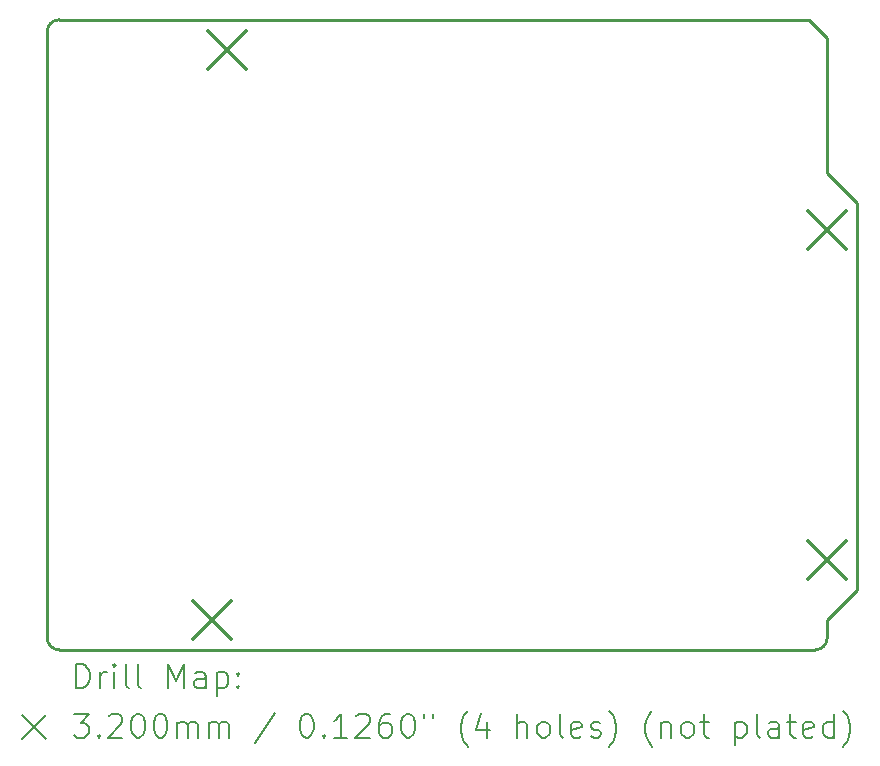
<source format=gbr>
%TF.GenerationSoftware,KiCad,Pcbnew,(6.0.10-0)*%
%TF.CreationDate,2023-01-08T15:52:06+01:00*%
%TF.ProjectId,Leonardo_Rev3d,4c656f6e-6172-4646-9f5f-52657633642e,3d*%
%TF.SameCoordinates,Original*%
%TF.FileFunction,Drillmap*%
%TF.FilePolarity,Positive*%
%FSLAX45Y45*%
G04 Gerber Fmt 4.5, Leading zero omitted, Abs format (unit mm)*
G04 Created by KiCad (PCBNEW (6.0.10-0)) date 2023-01-08 15:52:06*
%MOMM*%
%LPD*%
G01*
G04 APERTURE LIST*
%ADD10C,0.254000*%
%ADD11C,0.200000*%
%ADD12C,0.320000*%
G04 APERTURE END LIST*
D10*
X18025110Y-12913360D02*
X18025110Y-13067360D01*
X18025110Y-9128760D02*
X18279110Y-9382760D01*
X11421110Y-13067360D02*
X11421110Y-7933360D01*
X17872710Y-7833360D02*
X18025110Y-7985760D01*
X18279110Y-9382760D02*
X18279110Y-12659360D01*
X11421110Y-13067360D02*
G75*
G03*
X11521110Y-13167360I100000J0D01*
G01*
X18025110Y-7985760D02*
X18025110Y-9128760D01*
X11521110Y-7833360D02*
X17872710Y-7833360D01*
X17925110Y-13167360D02*
X11521110Y-13167360D01*
X11521110Y-7833360D02*
G75*
G03*
X11421110Y-7933360I0J-100000D01*
G01*
X17925110Y-13167360D02*
G75*
G03*
X18025110Y-13067360I0J100000D01*
G01*
X18279110Y-12659360D02*
X18025110Y-12913360D01*
D11*
D12*
X12658110Y-12753360D02*
X12978110Y-13073360D01*
X12978110Y-12753360D02*
X12658110Y-13073360D01*
X12785110Y-7927360D02*
X13105110Y-8247360D01*
X13105110Y-7927360D02*
X12785110Y-8247360D01*
X17865110Y-9451360D02*
X18185110Y-9771360D01*
X18185110Y-9451360D02*
X17865110Y-9771360D01*
X17865110Y-12245360D02*
X18185110Y-12565360D01*
X18185110Y-12245360D02*
X17865110Y-12565360D01*
D11*
X11666029Y-13490536D02*
X11666029Y-13290536D01*
X11713648Y-13290536D01*
X11742219Y-13300060D01*
X11761267Y-13319108D01*
X11770791Y-13338155D01*
X11780315Y-13376250D01*
X11780315Y-13404822D01*
X11770791Y-13442917D01*
X11761267Y-13461965D01*
X11742219Y-13481012D01*
X11713648Y-13490536D01*
X11666029Y-13490536D01*
X11866029Y-13490536D02*
X11866029Y-13357203D01*
X11866029Y-13395298D02*
X11875553Y-13376250D01*
X11885077Y-13366727D01*
X11904124Y-13357203D01*
X11923172Y-13357203D01*
X11989838Y-13490536D02*
X11989838Y-13357203D01*
X11989838Y-13290536D02*
X11980315Y-13300060D01*
X11989838Y-13309584D01*
X11999362Y-13300060D01*
X11989838Y-13290536D01*
X11989838Y-13309584D01*
X12113648Y-13490536D02*
X12094600Y-13481012D01*
X12085077Y-13461965D01*
X12085077Y-13290536D01*
X12218410Y-13490536D02*
X12199362Y-13481012D01*
X12189838Y-13461965D01*
X12189838Y-13290536D01*
X12446981Y-13490536D02*
X12446981Y-13290536D01*
X12513648Y-13433393D01*
X12580315Y-13290536D01*
X12580315Y-13490536D01*
X12761267Y-13490536D02*
X12761267Y-13385774D01*
X12751743Y-13366727D01*
X12732696Y-13357203D01*
X12694600Y-13357203D01*
X12675553Y-13366727D01*
X12761267Y-13481012D02*
X12742219Y-13490536D01*
X12694600Y-13490536D01*
X12675553Y-13481012D01*
X12666029Y-13461965D01*
X12666029Y-13442917D01*
X12675553Y-13423869D01*
X12694600Y-13414346D01*
X12742219Y-13414346D01*
X12761267Y-13404822D01*
X12856505Y-13357203D02*
X12856505Y-13557203D01*
X12856505Y-13366727D02*
X12875553Y-13357203D01*
X12913648Y-13357203D01*
X12932696Y-13366727D01*
X12942219Y-13376250D01*
X12951743Y-13395298D01*
X12951743Y-13452441D01*
X12942219Y-13471488D01*
X12932696Y-13481012D01*
X12913648Y-13490536D01*
X12875553Y-13490536D01*
X12856505Y-13481012D01*
X13037458Y-13471488D02*
X13046981Y-13481012D01*
X13037458Y-13490536D01*
X13027934Y-13481012D01*
X13037458Y-13471488D01*
X13037458Y-13490536D01*
X13037458Y-13366727D02*
X13046981Y-13376250D01*
X13037458Y-13385774D01*
X13027934Y-13376250D01*
X13037458Y-13366727D01*
X13037458Y-13385774D01*
X11208410Y-13720060D02*
X11408410Y-13920060D01*
X11408410Y-13720060D02*
X11208410Y-13920060D01*
X11646981Y-13710536D02*
X11770791Y-13710536D01*
X11704124Y-13786727D01*
X11732696Y-13786727D01*
X11751743Y-13796250D01*
X11761267Y-13805774D01*
X11770791Y-13824822D01*
X11770791Y-13872441D01*
X11761267Y-13891488D01*
X11751743Y-13901012D01*
X11732696Y-13910536D01*
X11675553Y-13910536D01*
X11656505Y-13901012D01*
X11646981Y-13891488D01*
X11856505Y-13891488D02*
X11866029Y-13901012D01*
X11856505Y-13910536D01*
X11846981Y-13901012D01*
X11856505Y-13891488D01*
X11856505Y-13910536D01*
X11942219Y-13729584D02*
X11951743Y-13720060D01*
X11970791Y-13710536D01*
X12018410Y-13710536D01*
X12037458Y-13720060D01*
X12046981Y-13729584D01*
X12056505Y-13748631D01*
X12056505Y-13767679D01*
X12046981Y-13796250D01*
X11932696Y-13910536D01*
X12056505Y-13910536D01*
X12180315Y-13710536D02*
X12199362Y-13710536D01*
X12218410Y-13720060D01*
X12227934Y-13729584D01*
X12237458Y-13748631D01*
X12246981Y-13786727D01*
X12246981Y-13834346D01*
X12237458Y-13872441D01*
X12227934Y-13891488D01*
X12218410Y-13901012D01*
X12199362Y-13910536D01*
X12180315Y-13910536D01*
X12161267Y-13901012D01*
X12151743Y-13891488D01*
X12142219Y-13872441D01*
X12132696Y-13834346D01*
X12132696Y-13786727D01*
X12142219Y-13748631D01*
X12151743Y-13729584D01*
X12161267Y-13720060D01*
X12180315Y-13710536D01*
X12370791Y-13710536D02*
X12389838Y-13710536D01*
X12408886Y-13720060D01*
X12418410Y-13729584D01*
X12427934Y-13748631D01*
X12437458Y-13786727D01*
X12437458Y-13834346D01*
X12427934Y-13872441D01*
X12418410Y-13891488D01*
X12408886Y-13901012D01*
X12389838Y-13910536D01*
X12370791Y-13910536D01*
X12351743Y-13901012D01*
X12342219Y-13891488D01*
X12332696Y-13872441D01*
X12323172Y-13834346D01*
X12323172Y-13786727D01*
X12332696Y-13748631D01*
X12342219Y-13729584D01*
X12351743Y-13720060D01*
X12370791Y-13710536D01*
X12523172Y-13910536D02*
X12523172Y-13777203D01*
X12523172Y-13796250D02*
X12532696Y-13786727D01*
X12551743Y-13777203D01*
X12580315Y-13777203D01*
X12599362Y-13786727D01*
X12608886Y-13805774D01*
X12608886Y-13910536D01*
X12608886Y-13805774D02*
X12618410Y-13786727D01*
X12637458Y-13777203D01*
X12666029Y-13777203D01*
X12685077Y-13786727D01*
X12694600Y-13805774D01*
X12694600Y-13910536D01*
X12789838Y-13910536D02*
X12789838Y-13777203D01*
X12789838Y-13796250D02*
X12799362Y-13786727D01*
X12818410Y-13777203D01*
X12846981Y-13777203D01*
X12866029Y-13786727D01*
X12875553Y-13805774D01*
X12875553Y-13910536D01*
X12875553Y-13805774D02*
X12885077Y-13786727D01*
X12904124Y-13777203D01*
X12932696Y-13777203D01*
X12951743Y-13786727D01*
X12961267Y-13805774D01*
X12961267Y-13910536D01*
X13351743Y-13701012D02*
X13180315Y-13958155D01*
X13608886Y-13710536D02*
X13627934Y-13710536D01*
X13646981Y-13720060D01*
X13656505Y-13729584D01*
X13666029Y-13748631D01*
X13675553Y-13786727D01*
X13675553Y-13834346D01*
X13666029Y-13872441D01*
X13656505Y-13891488D01*
X13646981Y-13901012D01*
X13627934Y-13910536D01*
X13608886Y-13910536D01*
X13589838Y-13901012D01*
X13580315Y-13891488D01*
X13570791Y-13872441D01*
X13561267Y-13834346D01*
X13561267Y-13786727D01*
X13570791Y-13748631D01*
X13580315Y-13729584D01*
X13589838Y-13720060D01*
X13608886Y-13710536D01*
X13761267Y-13891488D02*
X13770791Y-13901012D01*
X13761267Y-13910536D01*
X13751743Y-13901012D01*
X13761267Y-13891488D01*
X13761267Y-13910536D01*
X13961267Y-13910536D02*
X13846981Y-13910536D01*
X13904124Y-13910536D02*
X13904124Y-13710536D01*
X13885077Y-13739108D01*
X13866029Y-13758155D01*
X13846981Y-13767679D01*
X14037458Y-13729584D02*
X14046981Y-13720060D01*
X14066029Y-13710536D01*
X14113648Y-13710536D01*
X14132696Y-13720060D01*
X14142219Y-13729584D01*
X14151743Y-13748631D01*
X14151743Y-13767679D01*
X14142219Y-13796250D01*
X14027934Y-13910536D01*
X14151743Y-13910536D01*
X14323172Y-13710536D02*
X14285077Y-13710536D01*
X14266029Y-13720060D01*
X14256505Y-13729584D01*
X14237458Y-13758155D01*
X14227934Y-13796250D01*
X14227934Y-13872441D01*
X14237458Y-13891488D01*
X14246981Y-13901012D01*
X14266029Y-13910536D01*
X14304124Y-13910536D01*
X14323172Y-13901012D01*
X14332696Y-13891488D01*
X14342219Y-13872441D01*
X14342219Y-13824822D01*
X14332696Y-13805774D01*
X14323172Y-13796250D01*
X14304124Y-13786727D01*
X14266029Y-13786727D01*
X14246981Y-13796250D01*
X14237458Y-13805774D01*
X14227934Y-13824822D01*
X14466029Y-13710536D02*
X14485077Y-13710536D01*
X14504124Y-13720060D01*
X14513648Y-13729584D01*
X14523172Y-13748631D01*
X14532696Y-13786727D01*
X14532696Y-13834346D01*
X14523172Y-13872441D01*
X14513648Y-13891488D01*
X14504124Y-13901012D01*
X14485077Y-13910536D01*
X14466029Y-13910536D01*
X14446981Y-13901012D01*
X14437458Y-13891488D01*
X14427934Y-13872441D01*
X14418410Y-13834346D01*
X14418410Y-13786727D01*
X14427934Y-13748631D01*
X14437458Y-13729584D01*
X14446981Y-13720060D01*
X14466029Y-13710536D01*
X14608886Y-13710536D02*
X14608886Y-13748631D01*
X14685077Y-13710536D02*
X14685077Y-13748631D01*
X14980315Y-13986727D02*
X14970791Y-13977203D01*
X14951743Y-13948631D01*
X14942219Y-13929584D01*
X14932696Y-13901012D01*
X14923172Y-13853393D01*
X14923172Y-13815298D01*
X14932696Y-13767679D01*
X14942219Y-13739108D01*
X14951743Y-13720060D01*
X14970791Y-13691488D01*
X14980315Y-13681965D01*
X15142219Y-13777203D02*
X15142219Y-13910536D01*
X15094600Y-13701012D02*
X15046981Y-13843869D01*
X15170791Y-13843869D01*
X15399362Y-13910536D02*
X15399362Y-13710536D01*
X15485077Y-13910536D02*
X15485077Y-13805774D01*
X15475553Y-13786727D01*
X15456505Y-13777203D01*
X15427934Y-13777203D01*
X15408886Y-13786727D01*
X15399362Y-13796250D01*
X15608886Y-13910536D02*
X15589838Y-13901012D01*
X15580315Y-13891488D01*
X15570791Y-13872441D01*
X15570791Y-13815298D01*
X15580315Y-13796250D01*
X15589838Y-13786727D01*
X15608886Y-13777203D01*
X15637458Y-13777203D01*
X15656505Y-13786727D01*
X15666029Y-13796250D01*
X15675553Y-13815298D01*
X15675553Y-13872441D01*
X15666029Y-13891488D01*
X15656505Y-13901012D01*
X15637458Y-13910536D01*
X15608886Y-13910536D01*
X15789838Y-13910536D02*
X15770791Y-13901012D01*
X15761267Y-13881965D01*
X15761267Y-13710536D01*
X15942219Y-13901012D02*
X15923172Y-13910536D01*
X15885077Y-13910536D01*
X15866029Y-13901012D01*
X15856505Y-13881965D01*
X15856505Y-13805774D01*
X15866029Y-13786727D01*
X15885077Y-13777203D01*
X15923172Y-13777203D01*
X15942219Y-13786727D01*
X15951743Y-13805774D01*
X15951743Y-13824822D01*
X15856505Y-13843869D01*
X16027934Y-13901012D02*
X16046981Y-13910536D01*
X16085077Y-13910536D01*
X16104124Y-13901012D01*
X16113648Y-13881965D01*
X16113648Y-13872441D01*
X16104124Y-13853393D01*
X16085077Y-13843869D01*
X16056505Y-13843869D01*
X16037458Y-13834346D01*
X16027934Y-13815298D01*
X16027934Y-13805774D01*
X16037458Y-13786727D01*
X16056505Y-13777203D01*
X16085077Y-13777203D01*
X16104124Y-13786727D01*
X16180315Y-13986727D02*
X16189838Y-13977203D01*
X16208886Y-13948631D01*
X16218410Y-13929584D01*
X16227934Y-13901012D01*
X16237458Y-13853393D01*
X16237458Y-13815298D01*
X16227934Y-13767679D01*
X16218410Y-13739108D01*
X16208886Y-13720060D01*
X16189838Y-13691488D01*
X16180315Y-13681965D01*
X16542219Y-13986727D02*
X16532696Y-13977203D01*
X16513648Y-13948631D01*
X16504124Y-13929584D01*
X16494600Y-13901012D01*
X16485077Y-13853393D01*
X16485077Y-13815298D01*
X16494600Y-13767679D01*
X16504124Y-13739108D01*
X16513648Y-13720060D01*
X16532696Y-13691488D01*
X16542219Y-13681965D01*
X16618410Y-13777203D02*
X16618410Y-13910536D01*
X16618410Y-13796250D02*
X16627934Y-13786727D01*
X16646981Y-13777203D01*
X16675553Y-13777203D01*
X16694600Y-13786727D01*
X16704124Y-13805774D01*
X16704124Y-13910536D01*
X16827934Y-13910536D02*
X16808886Y-13901012D01*
X16799362Y-13891488D01*
X16789839Y-13872441D01*
X16789839Y-13815298D01*
X16799362Y-13796250D01*
X16808886Y-13786727D01*
X16827934Y-13777203D01*
X16856505Y-13777203D01*
X16875553Y-13786727D01*
X16885077Y-13796250D01*
X16894600Y-13815298D01*
X16894600Y-13872441D01*
X16885077Y-13891488D01*
X16875553Y-13901012D01*
X16856505Y-13910536D01*
X16827934Y-13910536D01*
X16951743Y-13777203D02*
X17027934Y-13777203D01*
X16980315Y-13710536D02*
X16980315Y-13881965D01*
X16989839Y-13901012D01*
X17008886Y-13910536D01*
X17027934Y-13910536D01*
X17246981Y-13777203D02*
X17246981Y-13977203D01*
X17246981Y-13786727D02*
X17266029Y-13777203D01*
X17304124Y-13777203D01*
X17323172Y-13786727D01*
X17332696Y-13796250D01*
X17342220Y-13815298D01*
X17342220Y-13872441D01*
X17332696Y-13891488D01*
X17323172Y-13901012D01*
X17304124Y-13910536D01*
X17266029Y-13910536D01*
X17246981Y-13901012D01*
X17456505Y-13910536D02*
X17437458Y-13901012D01*
X17427934Y-13881965D01*
X17427934Y-13710536D01*
X17618410Y-13910536D02*
X17618410Y-13805774D01*
X17608886Y-13786727D01*
X17589839Y-13777203D01*
X17551743Y-13777203D01*
X17532696Y-13786727D01*
X17618410Y-13901012D02*
X17599362Y-13910536D01*
X17551743Y-13910536D01*
X17532696Y-13901012D01*
X17523172Y-13881965D01*
X17523172Y-13862917D01*
X17532696Y-13843869D01*
X17551743Y-13834346D01*
X17599362Y-13834346D01*
X17618410Y-13824822D01*
X17685077Y-13777203D02*
X17761267Y-13777203D01*
X17713648Y-13710536D02*
X17713648Y-13881965D01*
X17723172Y-13901012D01*
X17742220Y-13910536D01*
X17761267Y-13910536D01*
X17904124Y-13901012D02*
X17885077Y-13910536D01*
X17846981Y-13910536D01*
X17827934Y-13901012D01*
X17818410Y-13881965D01*
X17818410Y-13805774D01*
X17827934Y-13786727D01*
X17846981Y-13777203D01*
X17885077Y-13777203D01*
X17904124Y-13786727D01*
X17913648Y-13805774D01*
X17913648Y-13824822D01*
X17818410Y-13843869D01*
X18085077Y-13910536D02*
X18085077Y-13710536D01*
X18085077Y-13901012D02*
X18066029Y-13910536D01*
X18027934Y-13910536D01*
X18008886Y-13901012D01*
X17999362Y-13891488D01*
X17989839Y-13872441D01*
X17989839Y-13815298D01*
X17999362Y-13796250D01*
X18008886Y-13786727D01*
X18027934Y-13777203D01*
X18066029Y-13777203D01*
X18085077Y-13786727D01*
X18161267Y-13986727D02*
X18170791Y-13977203D01*
X18189839Y-13948631D01*
X18199362Y-13929584D01*
X18208886Y-13901012D01*
X18218410Y-13853393D01*
X18218410Y-13815298D01*
X18208886Y-13767679D01*
X18199362Y-13739108D01*
X18189839Y-13720060D01*
X18170791Y-13691488D01*
X18161267Y-13681965D01*
M02*

</source>
